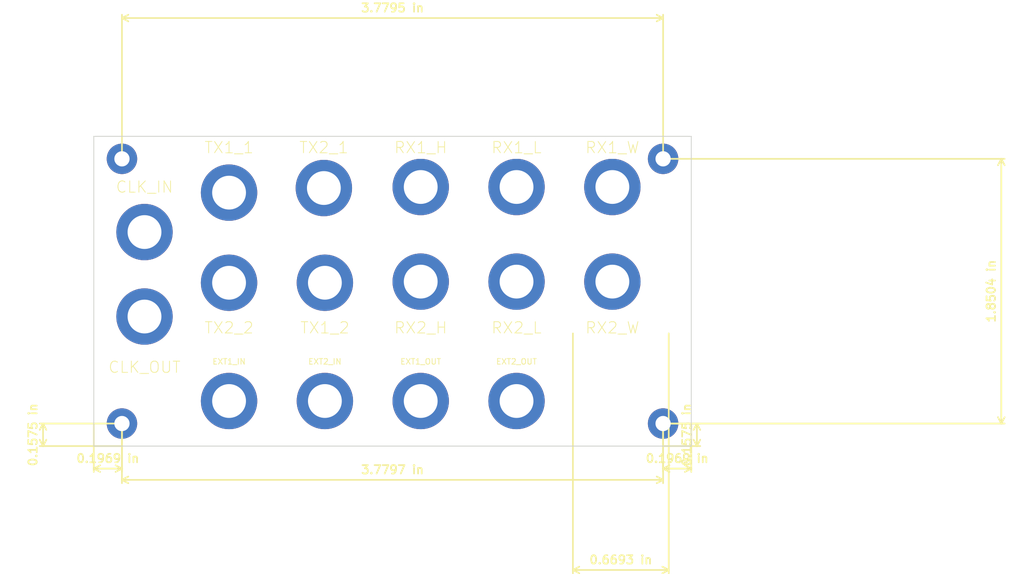
<source format=kicad_pcb>
(kicad_pcb (version 20171130) (host pcbnew 5.0.2+dfsg1-1)

  (general
    (thickness 1.6)
    (drawings 12)
    (tracks 0)
    (zones 0)
    (modules 20)
    (nets 1)
  )

  (page A4)
  (layers
    (0 F.Cu signal)
    (31 B.Cu signal)
    (32 B.Adhes user)
    (33 F.Adhes user)
    (34 B.Paste user)
    (35 F.Paste user)
    (36 B.SilkS user)
    (37 F.SilkS user)
    (38 B.Mask user)
    (39 F.Mask user)
    (40 Dwgs.User user)
    (41 Cmts.User user)
    (42 Eco1.User user)
    (43 Eco2.User user)
    (44 Edge.Cuts user)
    (45 Margin user)
    (46 B.CrtYd user)
    (47 F.CrtYd user)
    (48 B.Fab user)
    (49 F.Fab user)
  )

  (setup
    (last_trace_width 0.25)
    (trace_clearance 0.2)
    (zone_clearance 0.508)
    (zone_45_only no)
    (trace_min 0.2)
    (segment_width 0.2)
    (edge_width 0.15)
    (via_size 0.8)
    (via_drill 0.4)
    (via_min_size 0.4)
    (via_min_drill 0.3)
    (uvia_size 0.3)
    (uvia_drill 0.1)
    (uvias_allowed no)
    (uvia_min_size 0.2)
    (uvia_min_drill 0.1)
    (pcb_text_width 0.3)
    (pcb_text_size 1.5 1.5)
    (mod_edge_width 0.15)
    (mod_text_size 1 1)
    (mod_text_width 0.15)
    (pad_size 10 10)
    (pad_drill 6)
    (pad_to_mask_clearance 0.051)
    (solder_mask_min_width 0.25)
    (aux_axis_origin 0 0)
    (visible_elements FFFFFF7F)
    (pcbplotparams
      (layerselection 0x010fc_ffffffff)
      (usegerberextensions false)
      (usegerberattributes false)
      (usegerberadvancedattributes false)
      (creategerberjobfile false)
      (excludeedgelayer true)
      (linewidth 0.100000)
      (plotframeref false)
      (viasonmask false)
      (mode 1)
      (useauxorigin false)
      (hpglpennumber 1)
      (hpglpenspeed 20)
      (hpglpendiameter 15.000000)
      (psnegative false)
      (psa4output false)
      (plotreference true)
      (plotvalue true)
      (plotinvisibletext false)
      (padsonsilk false)
      (subtractmaskfromsilk false)
      (outputformat 1)
      (mirror false)
      (drillshape 1)
      (scaleselection 1)
      (outputdirectory ""))
  )

  (net 0 "")

  (net_class Default "This is the default net class."
    (clearance 0.2)
    (trace_width 0.25)
    (via_dia 0.8)
    (via_drill 0.4)
    (uvia_dia 0.3)
    (uvia_drill 0.1)
  )

  (module MountingHole:MountingHole_6mm_Pad (layer F.Cu) (tedit 5DAF8350) (tstamp 5DB3FF71)
    (at 140 41.8)
    (descr "Mounting Hole 6mm")
    (tags "mounting hole 6mm")
    (attr virtual)
    (fp_text reference RX2_L (at 0 8.2) (layer F.SilkS)
      (effects (font (size 2 2) (thickness 0.15)))
    )
    (fp_text value MountingHole_6mm_Pad (at 0 7) (layer F.Fab)
      (effects (font (size 1 1) (thickness 0.15)))
    )
    (fp_circle (center 0 0) (end 6.25 0) (layer F.CrtYd) (width 0.05))
    (fp_circle (center 0 0) (end 6 0) (layer Cmts.User) (width 0.15))
    (fp_text user %R (at 0.3 0) (layer F.Fab)
      (effects (font (size 1 1) (thickness 0.15)))
    )
    (pad 1 thru_hole circle (at 0 0) (size 10 10) (drill 6) (layers *.Cu *.Mask))
  )

  (module MountingHole:MountingHole_6mm_Pad (layer F.Cu) (tedit 5DAF83A0) (tstamp 5DB40E4F)
    (at 140 63)
    (descr "Mounting Hole 6mm")
    (tags "mounting hole 6mm")
    (attr virtual)
    (fp_text reference EXT2_OUT (at 0 -7) (layer F.SilkS)
      (effects (font (size 1 1) (thickness 0.15)))
    )
    (fp_text value MountingHole_6mm_Pad (at 0 7) (layer F.Fab)
      (effects (font (size 1 1) (thickness 0.15)))
    )
    (fp_circle (center 0 0) (end 6.25 0) (layer F.CrtYd) (width 0.05))
    (fp_circle (center 0 0) (end 6 0) (layer Cmts.User) (width 0.15))
    (fp_text user %R (at 0.3 0) (layer F.Fab)
      (effects (font (size 1 1) (thickness 0.15)))
    )
    (pad 1 thru_hole circle (at 0 0) (size 10 10) (drill 6) (layers *.Cu *.Mask))
  )

  (module MountingHole:MountingHole_6mm_Pad (layer F.Cu) (tedit 5DAF83BB) (tstamp 5DB40E31)
    (at 123 63)
    (descr "Mounting Hole 6mm")
    (tags "mounting hole 6mm")
    (attr virtual)
    (fp_text reference EXT1_OUT (at 0 -7) (layer F.SilkS)
      (effects (font (size 1 1) (thickness 0.15)))
    )
    (fp_text value MountingHole_6mm_Pad (at 0 7) (layer F.Fab)
      (effects (font (size 1 1) (thickness 0.15)))
    )
    (fp_circle (center 0 0) (end 6.25 0) (layer F.CrtYd) (width 0.05))
    (fp_circle (center 0 0) (end 6 0) (layer Cmts.User) (width 0.15))
    (fp_text user %R (at 0.3 0) (layer F.Fab)
      (effects (font (size 1 1) (thickness 0.15)))
    )
    (pad 1 thru_hole circle (at 0 0) (size 10 10) (drill 6) (layers *.Cu *.Mask))
  )

  (module MountingHole:MountingHole_6mm_Pad (layer F.Cu) (tedit 5DAF8395) (tstamp 5DB40E13)
    (at 106 63)
    (descr "Mounting Hole 6mm")
    (tags "mounting hole 6mm")
    (attr virtual)
    (fp_text reference EXT2_IN (at 0 -7) (layer F.SilkS)
      (effects (font (size 1 1) (thickness 0.15)))
    )
    (fp_text value MountingHole_6mm_Pad (at 0 7) (layer F.Fab)
      (effects (font (size 1 1) (thickness 0.15)))
    )
    (fp_circle (center 0 0) (end 6.25 0) (layer F.CrtYd) (width 0.05))
    (fp_circle (center 0 0) (end 6 0) (layer Cmts.User) (width 0.15))
    (fp_text user %R (at 0.3 0) (layer F.Fab)
      (effects (font (size 1 1) (thickness 0.15)))
    )
    (pad 1 thru_hole circle (at 0 0) (size 10 10) (drill 6) (layers *.Cu *.Mask))
  )

  (module MountingHole:MountingHole_6mm_Pad (layer F.Cu) (tedit 5DAF8278) (tstamp 5DB40DD5)
    (at 89 63)
    (descr "Mounting Hole 6mm")
    (tags "mounting hole 6mm")
    (attr virtual)
    (fp_text reference EXT1_IN (at 0 -7) (layer F.SilkS)
      (effects (font (size 1 1) (thickness 0.15)))
    )
    (fp_text value MountingHole_6mm_Pad (at 0 7) (layer F.Fab)
      (effects (font (size 1 1) (thickness 0.15)))
    )
    (fp_circle (center 0 0) (end 6.25 0) (layer F.CrtYd) (width 0.05))
    (fp_circle (center 0 0) (end 6 0) (layer Cmts.User) (width 0.15))
    (fp_text user %R (at 0.3 0) (layer F.Fab)
      (effects (font (size 1 1) (thickness 0.15)))
    )
    (pad 1 thru_hole circle (at 0 0) (size 10 10) (drill 6) (layers *.Cu *.Mask))
  )

  (module MountingHole:MountingHole_6mm_Pad (layer F.Cu) (tedit 5DAF8339) (tstamp 5DB4027D)
    (at 89 42)
    (descr "Mounting Hole 6mm")
    (tags "mounting hole 6mm")
    (attr virtual)
    (fp_text reference TX2_2 (at 0 8) (layer F.SilkS)
      (effects (font (size 2 2) (thickness 0.15)))
    )
    (fp_text value MountingHole_6mm_Pad (at 0 7) (layer F.Fab)
      (effects (font (size 1 1) (thickness 0.15)))
    )
    (fp_circle (center 0 0) (end 6.25 0) (layer F.CrtYd) (width 0.05))
    (fp_circle (center 0 0) (end 6 0) (layer Cmts.User) (width 0.15))
    (fp_text user %R (at 0.3 0) (layer F.Fab)
      (effects (font (size 1 1) (thickness 0.15)))
    )
    (pad 1 thru_hole circle (at 0 0) (size 10 10) (drill 6) (layers *.Cu *.Mask))
  )

  (module MountingHole:MountingHole_6mm_Pad (layer F.Cu) (tedit 5DAF82CB) (tstamp 5DB4025F)
    (at 105.818019 25.181981)
    (descr "Mounting Hole 6mm")
    (tags "mounting hole 6mm")
    (attr virtual)
    (fp_text reference TX2_1 (at 0 -7.181981) (layer F.SilkS)
      (effects (font (size 2 2) (thickness 0.15)))
    )
    (fp_text value MountingHole_6mm_Pad (at 0 7) (layer F.Fab)
      (effects (font (size 1 1) (thickness 0.15)))
    )
    (fp_circle (center 0 0) (end 6.25 0) (layer F.CrtYd) (width 0.05))
    (fp_circle (center 0 0) (end 6 0) (layer Cmts.User) (width 0.15))
    (fp_text user %R (at 0.3 0) (layer F.Fab)
      (effects (font (size 1 1) (thickness 0.15)))
    )
    (pad 1 thru_hole circle (at 0 0) (size 10 10) (drill 6) (layers *.Cu *.Mask))
  )

  (module MountingHole:MountingHole_6mm_Pad (layer F.Cu) (tedit 5DAF8375) (tstamp 5DB40046)
    (at 74 48)
    (descr "Mounting Hole 6mm")
    (tags "mounting hole 6mm")
    (attr virtual)
    (fp_text reference CLK_OUT (at 0 9) (layer F.SilkS)
      (effects (font (size 2 2) (thickness 0.15)))
    )
    (fp_text value MountingHole_6mm_Pad (at 0 7) (layer F.Fab)
      (effects (font (size 1 1) (thickness 0.15)))
    )
    (fp_circle (center 0 0) (end 6.25 0) (layer F.CrtYd) (width 0.05))
    (fp_circle (center 0 0) (end 6 0) (layer Cmts.User) (width 0.15))
    (fp_text user %R (at 0.3 0) (layer F.Fab)
      (effects (font (size 1 1) (thickness 0.15)))
    )
    (pad 1 thru_hole circle (at 0 0) (size 10 10) (drill 6) (layers *.Cu *.Mask))
  )

  (module MountingHole:MountingHole_6mm_Pad (layer F.Cu) (tedit 5DAF8380) (tstamp 5DB3FFFA)
    (at 74 33)
    (descr "Mounting Hole 6mm")
    (tags "mounting hole 6mm")
    (attr virtual)
    (fp_text reference CLK_IN (at 0 -8) (layer F.SilkS)
      (effects (font (size 2 2) (thickness 0.15)))
    )
    (fp_text value MountingHole_6mm_Pad (at 0 7) (layer F.Fab)
      (effects (font (size 1 1) (thickness 0.15)))
    )
    (fp_circle (center 0 0) (end 6.25 0) (layer F.CrtYd) (width 0.05))
    (fp_circle (center 0 0) (end 6 0) (layer Cmts.User) (width 0.15))
    (fp_text user %R (at 0.3 0) (layer F.Fab)
      (effects (font (size 1 1) (thickness 0.15)))
    )
    (pad 1 thru_hole circle (at 0 0) (size 10 10) (drill 6) (layers *.Cu *.Mask))
  )

  (module MountingHole:MountingHole_6mm_Pad (layer F.Cu) (tedit 5DAF8341) (tstamp 5DB3FFDC)
    (at 106 42)
    (descr "Mounting Hole 6mm")
    (tags "mounting hole 6mm")
    (attr virtual)
    (fp_text reference TX1_2 (at 0 8) (layer F.SilkS)
      (effects (font (size 2 2) (thickness 0.15)))
    )
    (fp_text value MountingHole_6mm_Pad (at 0 7) (layer F.Fab)
      (effects (font (size 1 1) (thickness 0.15)))
    )
    (fp_circle (center 0 0) (end 6.25 0) (layer F.CrtYd) (width 0.05))
    (fp_circle (center 0 0) (end 6 0) (layer Cmts.User) (width 0.15))
    (fp_text user %R (at 0.3 0) (layer F.Fab)
      (effects (font (size 1 1) (thickness 0.15)))
    )
    (pad 1 thru_hole circle (at 0 0) (size 10 10) (drill 6) (layers *.Cu *.Mask))
  )

  (module MountingHole:MountingHole_6mm_Pad (layer F.Cu) (tedit 5DAF82C0) (tstamp 5DB3FFBE)
    (at 89 26)
    (descr "Mounting Hole 6mm")
    (tags "mounting hole 6mm")
    (attr virtual)
    (fp_text reference TX1_1 (at 0 -8) (layer F.SilkS)
      (effects (font (size 2 2) (thickness 0.15)))
    )
    (fp_text value MountingHole_6mm_Pad (at 0 7) (layer F.Fab)
      (effects (font (size 1 1) (thickness 0.15)))
    )
    (fp_circle (center 0 0) (end 6.25 0) (layer F.CrtYd) (width 0.05))
    (fp_circle (center 0 0) (end 6 0) (layer Cmts.User) (width 0.15))
    (fp_text user %R (at 0.3 0) (layer F.Fab)
      (effects (font (size 1 1) (thickness 0.15)))
    )
    (pad 1 thru_hole circle (at 0 0) (size 10 10) (drill 6) (layers *.Cu *.Mask))
  )

  (module MountingHole:MountingHole_6mm_Pad (layer F.Cu) (tedit 5DAF8349) (tstamp 5DB3FF62)
    (at 123 41.8)
    (descr "Mounting Hole 6mm")
    (tags "mounting hole 6mm")
    (attr virtual)
    (fp_text reference RX2_H (at 0 8.2) (layer F.SilkS)
      (effects (font (size 2 2) (thickness 0.15)))
    )
    (fp_text value MountingHole_6mm_Pad (at 0 7) (layer F.Fab)
      (effects (font (size 1 1) (thickness 0.15)))
    )
    (fp_circle (center 0 0) (end 6.25 0) (layer F.CrtYd) (width 0.05))
    (fp_circle (center 0 0) (end 6 0) (layer Cmts.User) (width 0.15))
    (fp_text user %R (at 0.3 0) (layer F.Fab)
      (effects (font (size 1 1) (thickness 0.15)))
    )
    (pad 1 thru_hole circle (at 0 0) (size 10 10) (drill 6) (layers *.Cu *.Mask))
  )

  (module MountingHole:MountingHole_6mm_Pad (layer F.Cu) (tedit 5DAF8357) (tstamp 5DB3FF53)
    (at 157 41.8)
    (descr "Mounting Hole 6mm")
    (tags "mounting hole 6mm")
    (attr virtual)
    (fp_text reference RX2_W (at 0 8.2) (layer F.SilkS)
      (effects (font (size 2 2) (thickness 0.15)))
    )
    (fp_text value MountingHole_6mm_Pad (at 0 7) (layer F.Fab)
      (effects (font (size 1 1) (thickness 0.15)))
    )
    (fp_circle (center 0 0) (end 6.25 0) (layer F.CrtYd) (width 0.05))
    (fp_circle (center 0 0) (end 6 0) (layer Cmts.User) (width 0.15))
    (fp_text user %R (at 0.3 0) (layer F.Fab)
      (effects (font (size 1 1) (thickness 0.15)))
    )
    (pad 1 thru_hole circle (at 0 0) (size 10 10) (drill 6) (layers *.Cu *.Mask))
  )

  (module MountingHole:MountingHole_6mm_Pad (layer F.Cu) (tedit 5DAF82D4) (tstamp 5DB40671)
    (at 123 25)
    (descr "Mounting Hole 6mm")
    (tags "mounting hole 6mm")
    (attr virtual)
    (fp_text reference RX1_H (at 0 -7) (layer F.SilkS)
      (effects (font (size 2 2) (thickness 0.15)))
    )
    (fp_text value MountingHole_6mm_Pad (at 0 7) (layer F.Fab)
      (effects (font (size 1 1) (thickness 0.15)))
    )
    (fp_circle (center 0 0) (end 6.25 0) (layer F.CrtYd) (width 0.05))
    (fp_circle (center 0 0) (end 6 0) (layer Cmts.User) (width 0.15))
    (fp_text user %R (at 0.3 0) (layer F.Fab)
      (effects (font (size 1 1) (thickness 0.15)))
    )
    (pad 1 thru_hole circle (at 0 0) (size 10 10) (drill 6) (layers *.Cu *.Mask))
  )

  (module MountingHole:MountingHole_6mm_Pad (layer F.Cu) (tedit 5DAF82E2) (tstamp 5DB3FEC8)
    (at 140 25)
    (descr "Mounting Hole 6mm")
    (tags "mounting hole 6mm")
    (attr virtual)
    (fp_text reference RX1_L (at 0 -7) (layer F.SilkS)
      (effects (font (size 2 2) (thickness 0.15)))
    )
    (fp_text value MountingHole_6mm_Pad (at 0 7) (layer F.Fab)
      (effects (font (size 1 1) (thickness 0.15)))
    )
    (fp_circle (center 0 0) (end 6.25 0) (layer F.CrtYd) (width 0.05))
    (fp_circle (center 0 0) (end 6 0) (layer Cmts.User) (width 0.15))
    (fp_text user %R (at 0.3 0) (layer F.Fab)
      (effects (font (size 1 1) (thickness 0.15)))
    )
    (pad 1 thru_hole circle (at 0 0) (size 10 10) (drill 6) (layers *.Cu *.Mask))
  )

  (module MountingHole:MountingHole_6mm_Pad (layer F.Cu) (tedit 5DAF82EB) (tstamp 5DB3FE0C)
    (at 157 25)
    (descr "Mounting Hole 6mm")
    (tags "mounting hole 6mm")
    (attr virtual)
    (fp_text reference RX1_W (at 0 -7) (layer F.SilkS)
      (effects (font (size 2 2) (thickness 0.15)))
    )
    (fp_text value MountingHole_6mm_Pad (at 0 7) (layer F.Fab)
      (effects (font (size 1 1) (thickness 0.15)))
    )
    (fp_circle (center 0 0) (end 6.25 0) (layer F.CrtYd) (width 0.05))
    (fp_circle (center 0 0) (end 6 0) (layer Cmts.User) (width 0.15))
    (fp_text user %R (at 0.3 0) (layer F.Fab)
      (effects (font (size 1 1) (thickness 0.15)))
    )
    (pad 1 thru_hole circle (at 0 0) (size 10 10) (drill 6) (layers *.Cu *.Mask))
  )

  (module MountingHole:MountingHole_2.7mm_Pad (layer F.Cu) (tedit 5DAF8316) (tstamp 5DB0CFED)
    (at 70 67)
    (descr "Mounting Hole 2.7mm")
    (tags "mounting hole 2.7mm")
    (attr virtual)
    (fp_text reference REF** (at 0 -3.7) (layer Dwgs.User)
      (effects (font (size 1 1) (thickness 0.15)))
    )
    (fp_text value MountingHole_2.7mm_Pad (at 0 3.7) (layer F.Fab)
      (effects (font (size 1 1) (thickness 0.15)))
    )
    (fp_text user %R (at 0.3 0) (layer F.Fab)
      (effects (font (size 1 1) (thickness 0.15)))
    )
    (fp_circle (center 0 0) (end 2.7 0) (layer Cmts.User) (width 0.15))
    (fp_circle (center 0 0) (end 2.95 0) (layer F.CrtYd) (width 0.05))
    (pad 1 thru_hole circle (at 0 0) (size 5.4 5.4) (drill 2.7) (layers *.Cu *.Mask))
  )

  (module MountingHole:MountingHole_2.7mm_Pad (layer F.Cu) (tedit 5DAF831C) (tstamp 5DB0CFDF)
    (at 166 67)
    (descr "Mounting Hole 2.7mm")
    (tags "mounting hole 2.7mm")
    (attr virtual)
    (fp_text reference REF** (at 0 -3.7) (layer Dwgs.User)
      (effects (font (size 1 1) (thickness 0.15)))
    )
    (fp_text value MountingHole_2.7mm_Pad (at 0 3.7) (layer F.Fab)
      (effects (font (size 1 1) (thickness 0.15)))
    )
    (fp_circle (center 0 0) (end 2.95 0) (layer F.CrtYd) (width 0.05))
    (fp_circle (center 0 0) (end 2.7 0) (layer Cmts.User) (width 0.15))
    (fp_text user %R (at 0.3 0) (layer F.Fab)
      (effects (font (size 1 1) (thickness 0.15)))
    )
    (pad 1 thru_hole circle (at 0 0) (size 5.4 5.4) (drill 2.7) (layers *.Cu *.Mask))
  )

  (module MountingHole:MountingHole_2.7mm_Pad (layer F.Cu) (tedit 5DAF830E) (tstamp 5DB0CFD1)
    (at 70 20)
    (descr "Mounting Hole 2.7mm")
    (tags "mounting hole 2.7mm")
    (attr virtual)
    (fp_text reference REF** (at 0 -3.7) (layer Dwgs.User)
      (effects (font (size 1 1) (thickness 0.15)))
    )
    (fp_text value MountingHole_2.7mm_Pad (at 0 3.7) (layer F.Fab)
      (effects (font (size 1 1) (thickness 0.15)))
    )
    (fp_text user %R (at 0.3 0) (layer F.Fab)
      (effects (font (size 1 1) (thickness 0.15)))
    )
    (fp_circle (center 0 0) (end 2.7 0) (layer Cmts.User) (width 0.15))
    (fp_circle (center 0 0) (end 2.95 0) (layer F.CrtYd) (width 0.05))
    (pad 1 thru_hole circle (at 0 0) (size 5.4 5.4) (drill 2.7) (layers *.Cu *.Mask))
  )

  (module MountingHole:MountingHole_2.7mm_Pad (layer F.Cu) (tedit 5DAF8306) (tstamp 5DB0CF94)
    (at 166 20)
    (descr "Mounting Hole 2.7mm")
    (tags "mounting hole 2.7mm")
    (attr virtual)
    (fp_text reference REF** (at 0 -3.7) (layer Dwgs.User)
      (effects (font (size 1 1) (thickness 0.15)))
    )
    (fp_text value MountingHole_2.7mm_Pad (at 0 3.7) (layer F.Fab)
      (effects (font (size 1 1) (thickness 0.15)))
    )
    (fp_circle (center 0 0) (end 2.95 0) (layer F.CrtYd) (width 0.05))
    (fp_circle (center 0 0) (end 2.7 0) (layer Cmts.User) (width 0.15))
    (fp_text user %R (at 0.3 0) (layer F.Fab)
      (effects (font (size 1 1) (thickness 0.15)))
    )
    (pad 1 thru_hole circle (at 0 0) (size 5.4 5.4) (drill 2.7) (layers *.Cu *.Mask))
  )

  (dimension 17 (width 0.3) (layer F.SilkS)
    (gr_text "17.000 mm" (at 158.5 95.1) (layer F.SilkS)
      (effects (font (size 1.5 1.5) (thickness 0.3)))
    )
    (feature1 (pts (xy 150 51) (xy 150 93.586421)))
    (feature2 (pts (xy 167 51) (xy 167 93.586421)))
    (crossbar (pts (xy 167 93) (xy 150 93)))
    (arrow1a (pts (xy 150 93) (xy 151.126504 92.413579)))
    (arrow1b (pts (xy 150 93) (xy 151.126504 93.586421)))
    (arrow2a (pts (xy 167 93) (xy 165.873496 92.413579)))
    (arrow2b (pts (xy 167 93) (xy 165.873496 93.586421)))
  )
  (gr_line (start 171 71) (end 65 71) (layer Edge.Cuts) (width 0.15))
  (gr_line (start 171 16) (end 171 71) (layer Edge.Cuts) (width 0.15))
  (gr_line (start 65 16) (end 171 16) (layer Edge.Cuts) (width 0.15))
  (gr_line (start 65 71) (end 65 16) (layer Edge.Cuts) (width 0.15))
  (dimension 5 (width 0.3) (layer F.SilkS)
    (gr_text "5.000 mm" (at 67.5 77.1) (layer F.SilkS)
      (effects (font (size 1.5 1.5) (thickness 0.3)))
    )
    (feature1 (pts (xy 65 67) (xy 65 75.586421)))
    (feature2 (pts (xy 70 67) (xy 70 75.586421)))
    (crossbar (pts (xy 70 75) (xy 65 75)))
    (arrow1a (pts (xy 65 75) (xy 66.126504 74.413579)))
    (arrow1b (pts (xy 65 75) (xy 66.126504 75.586421)))
    (arrow2a (pts (xy 70 75) (xy 68.873496 74.413579)))
    (arrow2b (pts (xy 70 75) (xy 68.873496 75.586421)))
  )
  (dimension 4 (width 0.3) (layer F.SilkS)
    (gr_text "4.000 mm" (at 53.9 69 270) (layer F.SilkS)
      (effects (font (size 1.5 1.5) (thickness 0.3)))
    )
    (feature1 (pts (xy 70 71) (xy 55.413579 71)))
    (feature2 (pts (xy 70 67) (xy 55.413579 67)))
    (crossbar (pts (xy 56 67) (xy 56 71)))
    (arrow1a (pts (xy 56 71) (xy 55.413579 69.873496)))
    (arrow1b (pts (xy 56 71) (xy 56.586421 69.873496)))
    (arrow2a (pts (xy 56 67) (xy 55.413579 68.126504)))
    (arrow2b (pts (xy 56 67) (xy 56.586421 68.126504)))
  )
  (dimension 5 (width 0.3) (layer F.SilkS)
    (gr_text "5.000 mm" (at 168.5 77.1) (layer F.SilkS)
      (effects (font (size 1.5 1.5) (thickness 0.3)))
    )
    (feature1 (pts (xy 171 67) (xy 171 75.586421)))
    (feature2 (pts (xy 166 67) (xy 166 75.586421)))
    (crossbar (pts (xy 166 75) (xy 171 75)))
    (arrow1a (pts (xy 171 75) (xy 169.873496 75.586421)))
    (arrow1b (pts (xy 171 75) (xy 169.873496 74.413579)))
    (arrow2a (pts (xy 166 75) (xy 167.126504 75.586421)))
    (arrow2b (pts (xy 166 75) (xy 167.126504 74.413579)))
  )
  (dimension 4 (width 0.3) (layer F.SilkS)
    (gr_text "4.000 mm" (at 174.1 69 270) (layer F.SilkS)
      (effects (font (size 1.5 1.5) (thickness 0.3)))
    )
    (feature1 (pts (xy 166 71) (xy 172.586421 71)))
    (feature2 (pts (xy 166 67) (xy 172.586421 67)))
    (crossbar (pts (xy 172 67) (xy 172 71)))
    (arrow1a (pts (xy 172 71) (xy 171.413579 69.873496)))
    (arrow1b (pts (xy 172 71) (xy 172.586421 69.873496)))
    (arrow2a (pts (xy 172 67) (xy 171.413579 68.126504)))
    (arrow2b (pts (xy 172 67) (xy 172.586421 68.126504)))
  )
  (dimension 96.005208 (width 0.3) (layer F.SilkS)
    (gr_text "96.005 mm" (at 117.997396 79.1) (layer F.SilkS)
      (effects (font (size 1.5 1.5) (thickness 0.3)))
    )
    (feature1 (pts (xy 69.994792 67) (xy 69.994792 77.586421)))
    (feature2 (pts (xy 166 67) (xy 166 77.586421)))
    (crossbar (pts (xy 166 77) (xy 69.994792 77)))
    (arrow1a (pts (xy 69.994792 77) (xy 71.121296 76.413579)))
    (arrow1b (pts (xy 69.994792 77) (xy 71.121296 77.586421)))
    (arrow2a (pts (xy 166 77) (xy 164.873496 76.413579)))
    (arrow2b (pts (xy 166 77) (xy 164.873496 77.586421)))
  )
  (dimension 47 (width 0.3) (layer F.SilkS)
    (gr_text "47.000 mm" (at 228.1 43.5 270) (layer F.SilkS)
      (effects (font (size 1.5 1.5) (thickness 0.3)))
    )
    (feature1 (pts (xy 166 67) (xy 226.586421 67)))
    (feature2 (pts (xy 166 20) (xy 226.586421 20)))
    (crossbar (pts (xy 226 20) (xy 226 67)))
    (arrow1a (pts (xy 226 67) (xy 225.413579 65.873496)))
    (arrow1b (pts (xy 226 67) (xy 226.586421 65.873496)))
    (arrow2a (pts (xy 226 20) (xy 225.413579 21.126504)))
    (arrow2b (pts (xy 226 20) (xy 226.586421 21.126504)))
  )
  (dimension 96 (width 0.3) (layer F.SilkS)
    (gr_text "96.000 mm" (at 118 -7.1) (layer F.SilkS)
      (effects (font (size 1.5 1.5) (thickness 0.3)))
    )
    (feature1 (pts (xy 166 20) (xy 166 -5.586421)))
    (feature2 (pts (xy 70 20) (xy 70 -5.586421)))
    (crossbar (pts (xy 70 -5) (xy 166 -5)))
    (arrow1a (pts (xy 166 -5) (xy 164.873496 -4.413579)))
    (arrow1b (pts (xy 166 -5) (xy 164.873496 -5.586421)))
    (arrow2a (pts (xy 70 -5) (xy 71.126504 -4.413579)))
    (arrow2b (pts (xy 70 -5) (xy 71.126504 -5.586421)))
  )

)

</source>
